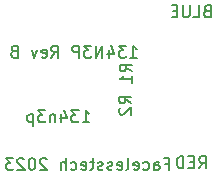
<source format=gbr>
%TF.GenerationSoftware,KiCad,Pcbnew,6.0.11+dfsg-1~bpo11+1*%
%TF.CreationDate,2023-02-24T17:28:24+00:00*%
%TF.ProjectId,134n3p,3133346e-3370-42e6-9b69-6361645f7063,rev?*%
%TF.SameCoordinates,Original*%
%TF.FileFunction,Legend,Bot*%
%TF.FilePolarity,Positive*%
%FSLAX46Y46*%
G04 Gerber Fmt 4.6, Leading zero omitted, Abs format (unit mm)*
G04 Created by KiCad (PCBNEW 6.0.11+dfsg-1~bpo11+1) date 2023-02-24 17:28:24*
%MOMM*%
%LPD*%
G01*
G04 APERTURE LIST*
%ADD10C,0.150000*%
G04 APERTURE END LIST*
D10*
X147268095Y-83212380D02*
X147839523Y-83212380D01*
X147553809Y-83212380D02*
X147553809Y-82212380D01*
X147649047Y-82355238D01*
X147744285Y-82450476D01*
X147839523Y-82498095D01*
X146934761Y-82212380D02*
X146315714Y-82212380D01*
X146649047Y-82593333D01*
X146506190Y-82593333D01*
X146410952Y-82640952D01*
X146363333Y-82688571D01*
X146315714Y-82783809D01*
X146315714Y-83021904D01*
X146363333Y-83117142D01*
X146410952Y-83164761D01*
X146506190Y-83212380D01*
X146791904Y-83212380D01*
X146887142Y-83164761D01*
X146934761Y-83117142D01*
X145458571Y-82545714D02*
X145458571Y-83212380D01*
X145696666Y-82164761D02*
X145934761Y-82879047D01*
X145315714Y-82879047D01*
X144934761Y-83212380D02*
X144934761Y-82212380D01*
X144363333Y-83212380D01*
X144363333Y-82212380D01*
X143982380Y-82212380D02*
X143363333Y-82212380D01*
X143696666Y-82593333D01*
X143553809Y-82593333D01*
X143458571Y-82640952D01*
X143410952Y-82688571D01*
X143363333Y-82783809D01*
X143363333Y-83021904D01*
X143410952Y-83117142D01*
X143458571Y-83164761D01*
X143553809Y-83212380D01*
X143839523Y-83212380D01*
X143934761Y-83164761D01*
X143982380Y-83117142D01*
X142934761Y-83212380D02*
X142934761Y-82212380D01*
X142553809Y-82212380D01*
X142458571Y-82260000D01*
X142410952Y-82307619D01*
X142363333Y-82402857D01*
X142363333Y-82545714D01*
X142410952Y-82640952D01*
X142458571Y-82688571D01*
X142553809Y-82736190D01*
X142934761Y-82736190D01*
X140601428Y-83212380D02*
X140934761Y-82736190D01*
X141172857Y-83212380D02*
X141172857Y-82212380D01*
X140791904Y-82212380D01*
X140696666Y-82260000D01*
X140649047Y-82307619D01*
X140601428Y-82402857D01*
X140601428Y-82545714D01*
X140649047Y-82640952D01*
X140696666Y-82688571D01*
X140791904Y-82736190D01*
X141172857Y-82736190D01*
X139791904Y-83164761D02*
X139887142Y-83212380D01*
X140077619Y-83212380D01*
X140172857Y-83164761D01*
X140220476Y-83069523D01*
X140220476Y-82688571D01*
X140172857Y-82593333D01*
X140077619Y-82545714D01*
X139887142Y-82545714D01*
X139791904Y-82593333D01*
X139744285Y-82688571D01*
X139744285Y-82783809D01*
X140220476Y-82879047D01*
X139410952Y-82545714D02*
X139172857Y-83212380D01*
X138934761Y-82545714D01*
X137458571Y-82688571D02*
X137315714Y-82736190D01*
X137268095Y-82783809D01*
X137220476Y-82879047D01*
X137220476Y-83021904D01*
X137268095Y-83117142D01*
X137315714Y-83164761D01*
X137410952Y-83212380D01*
X137791904Y-83212380D01*
X137791904Y-82212380D01*
X137458571Y-82212380D01*
X137363333Y-82260000D01*
X137315714Y-82307619D01*
X137268095Y-82402857D01*
X137268095Y-82498095D01*
X137315714Y-82593333D01*
X137363333Y-82640952D01*
X137458571Y-82688571D01*
X137791904Y-82688571D01*
X150247619Y-92208571D02*
X150580952Y-92208571D01*
X150580952Y-92732380D02*
X150580952Y-91732380D01*
X150104761Y-91732380D01*
X149295238Y-92732380D02*
X149295238Y-92208571D01*
X149342857Y-92113333D01*
X149438095Y-92065714D01*
X149628571Y-92065714D01*
X149723809Y-92113333D01*
X149295238Y-92684761D02*
X149390476Y-92732380D01*
X149628571Y-92732380D01*
X149723809Y-92684761D01*
X149771428Y-92589523D01*
X149771428Y-92494285D01*
X149723809Y-92399047D01*
X149628571Y-92351428D01*
X149390476Y-92351428D01*
X149295238Y-92303809D01*
X148390476Y-92684761D02*
X148485714Y-92732380D01*
X148676190Y-92732380D01*
X148771428Y-92684761D01*
X148819047Y-92637142D01*
X148866666Y-92541904D01*
X148866666Y-92256190D01*
X148819047Y-92160952D01*
X148771428Y-92113333D01*
X148676190Y-92065714D01*
X148485714Y-92065714D01*
X148390476Y-92113333D01*
X147580952Y-92684761D02*
X147676190Y-92732380D01*
X147866666Y-92732380D01*
X147961904Y-92684761D01*
X148009523Y-92589523D01*
X148009523Y-92208571D01*
X147961904Y-92113333D01*
X147866666Y-92065714D01*
X147676190Y-92065714D01*
X147580952Y-92113333D01*
X147533333Y-92208571D01*
X147533333Y-92303809D01*
X148009523Y-92399047D01*
X146961904Y-92732380D02*
X147057142Y-92684761D01*
X147104761Y-92589523D01*
X147104761Y-91732380D01*
X146200000Y-92684761D02*
X146295238Y-92732380D01*
X146485714Y-92732380D01*
X146580952Y-92684761D01*
X146628571Y-92589523D01*
X146628571Y-92208571D01*
X146580952Y-92113333D01*
X146485714Y-92065714D01*
X146295238Y-92065714D01*
X146200000Y-92113333D01*
X146152380Y-92208571D01*
X146152380Y-92303809D01*
X146628571Y-92399047D01*
X145771428Y-92684761D02*
X145676190Y-92732380D01*
X145485714Y-92732380D01*
X145390476Y-92684761D01*
X145342857Y-92589523D01*
X145342857Y-92541904D01*
X145390476Y-92446666D01*
X145485714Y-92399047D01*
X145628571Y-92399047D01*
X145723809Y-92351428D01*
X145771428Y-92256190D01*
X145771428Y-92208571D01*
X145723809Y-92113333D01*
X145628571Y-92065714D01*
X145485714Y-92065714D01*
X145390476Y-92113333D01*
X144961904Y-92684761D02*
X144866666Y-92732380D01*
X144676190Y-92732380D01*
X144580952Y-92684761D01*
X144533333Y-92589523D01*
X144533333Y-92541904D01*
X144580952Y-92446666D01*
X144676190Y-92399047D01*
X144819047Y-92399047D01*
X144914285Y-92351428D01*
X144961904Y-92256190D01*
X144961904Y-92208571D01*
X144914285Y-92113333D01*
X144819047Y-92065714D01*
X144676190Y-92065714D01*
X144580952Y-92113333D01*
X144247619Y-92065714D02*
X143866666Y-92065714D01*
X144104761Y-91732380D02*
X144104761Y-92589523D01*
X144057142Y-92684761D01*
X143961904Y-92732380D01*
X143866666Y-92732380D01*
X143152380Y-92684761D02*
X143247619Y-92732380D01*
X143438095Y-92732380D01*
X143533333Y-92684761D01*
X143580952Y-92589523D01*
X143580952Y-92208571D01*
X143533333Y-92113333D01*
X143438095Y-92065714D01*
X143247619Y-92065714D01*
X143152380Y-92113333D01*
X143104761Y-92208571D01*
X143104761Y-92303809D01*
X143580952Y-92399047D01*
X142247619Y-92684761D02*
X142342857Y-92732380D01*
X142533333Y-92732380D01*
X142628571Y-92684761D01*
X142676190Y-92637142D01*
X142723809Y-92541904D01*
X142723809Y-92256190D01*
X142676190Y-92160952D01*
X142628571Y-92113333D01*
X142533333Y-92065714D01*
X142342857Y-92065714D01*
X142247619Y-92113333D01*
X141819047Y-92732380D02*
X141819047Y-91732380D01*
X141390476Y-92732380D02*
X141390476Y-92208571D01*
X141438095Y-92113333D01*
X141533333Y-92065714D01*
X141676190Y-92065714D01*
X141771428Y-92113333D01*
X141819047Y-92160952D01*
X140200000Y-91827619D02*
X140152380Y-91780000D01*
X140057142Y-91732380D01*
X139819047Y-91732380D01*
X139723809Y-91780000D01*
X139676190Y-91827619D01*
X139628571Y-91922857D01*
X139628571Y-92018095D01*
X139676190Y-92160952D01*
X140247619Y-92732380D01*
X139628571Y-92732380D01*
X139009523Y-91732380D02*
X138914285Y-91732380D01*
X138819047Y-91780000D01*
X138771428Y-91827619D01*
X138723809Y-91922857D01*
X138676190Y-92113333D01*
X138676190Y-92351428D01*
X138723809Y-92541904D01*
X138771428Y-92637142D01*
X138819047Y-92684761D01*
X138914285Y-92732380D01*
X139009523Y-92732380D01*
X139104761Y-92684761D01*
X139152380Y-92637142D01*
X139200000Y-92541904D01*
X139247619Y-92351428D01*
X139247619Y-92113333D01*
X139200000Y-91922857D01*
X139152380Y-91827619D01*
X139104761Y-91780000D01*
X139009523Y-91732380D01*
X138295238Y-91827619D02*
X138247619Y-91780000D01*
X138152380Y-91732380D01*
X137914285Y-91732380D01*
X137819047Y-91780000D01*
X137771428Y-91827619D01*
X137723809Y-91922857D01*
X137723809Y-92018095D01*
X137771428Y-92160952D01*
X138342857Y-92732380D01*
X137723809Y-92732380D01*
X137390476Y-91732380D02*
X136771428Y-91732380D01*
X137104761Y-92113333D01*
X136961904Y-92113333D01*
X136866666Y-92160952D01*
X136819047Y-92208571D01*
X136771428Y-92303809D01*
X136771428Y-92541904D01*
X136819047Y-92637142D01*
X136866666Y-92684761D01*
X136961904Y-92732380D01*
X137247619Y-92732380D01*
X137342857Y-92684761D01*
X137390476Y-92637142D01*
%TO.C,RED*%
X153112857Y-92592380D02*
X153446190Y-92116190D01*
X153684285Y-92592380D02*
X153684285Y-91592380D01*
X153303333Y-91592380D01*
X153208095Y-91640000D01*
X153160476Y-91687619D01*
X153112857Y-91782857D01*
X153112857Y-91925714D01*
X153160476Y-92020952D01*
X153208095Y-92068571D01*
X153303333Y-92116190D01*
X153684285Y-92116190D01*
X152684285Y-92068571D02*
X152350952Y-92068571D01*
X152208095Y-92592380D02*
X152684285Y-92592380D01*
X152684285Y-91592380D01*
X152208095Y-91592380D01*
X151779523Y-92592380D02*
X151779523Y-91592380D01*
X151541428Y-91592380D01*
X151398571Y-91640000D01*
X151303333Y-91735238D01*
X151255714Y-91830476D01*
X151208095Y-92020952D01*
X151208095Y-92163809D01*
X151255714Y-92354285D01*
X151303333Y-92449523D01*
X151398571Y-92544761D01*
X151541428Y-92592380D01*
X151779523Y-92592380D01*
%TO.C,R1*%
X147402380Y-84393333D02*
X146926190Y-84060000D01*
X147402380Y-83821904D02*
X146402380Y-83821904D01*
X146402380Y-84202857D01*
X146450000Y-84298095D01*
X146497619Y-84345714D01*
X146592857Y-84393333D01*
X146735714Y-84393333D01*
X146830952Y-84345714D01*
X146878571Y-84298095D01*
X146926190Y-84202857D01*
X146926190Y-83821904D01*
X147402380Y-85345714D02*
X147402380Y-84774285D01*
X147402380Y-85060000D02*
X146402380Y-85060000D01*
X146545238Y-84964761D01*
X146640476Y-84869523D01*
X146688095Y-84774285D01*
%TO.C,BLUE*%
X153779523Y-79268571D02*
X153636666Y-79316190D01*
X153589047Y-79363809D01*
X153541428Y-79459047D01*
X153541428Y-79601904D01*
X153589047Y-79697142D01*
X153636666Y-79744761D01*
X153731904Y-79792380D01*
X154112857Y-79792380D01*
X154112857Y-78792380D01*
X153779523Y-78792380D01*
X153684285Y-78840000D01*
X153636666Y-78887619D01*
X153589047Y-78982857D01*
X153589047Y-79078095D01*
X153636666Y-79173333D01*
X153684285Y-79220952D01*
X153779523Y-79268571D01*
X154112857Y-79268571D01*
X152636666Y-79792380D02*
X153112857Y-79792380D01*
X153112857Y-78792380D01*
X152303333Y-78792380D02*
X152303333Y-79601904D01*
X152255714Y-79697142D01*
X152208095Y-79744761D01*
X152112857Y-79792380D01*
X151922380Y-79792380D01*
X151827142Y-79744761D01*
X151779523Y-79697142D01*
X151731904Y-79601904D01*
X151731904Y-78792380D01*
X151255714Y-79268571D02*
X150922380Y-79268571D01*
X150779523Y-79792380D02*
X151255714Y-79792380D01*
X151255714Y-78792380D01*
X150779523Y-78792380D01*
%TO.C,U1*%
X143251619Y-88680380D02*
X143823047Y-88680380D01*
X143537333Y-88680380D02*
X143537333Y-87680380D01*
X143632571Y-87823238D01*
X143727809Y-87918476D01*
X143823047Y-87966095D01*
X142918285Y-87680380D02*
X142299238Y-87680380D01*
X142632571Y-88061333D01*
X142489714Y-88061333D01*
X142394476Y-88108952D01*
X142346857Y-88156571D01*
X142299238Y-88251809D01*
X142299238Y-88489904D01*
X142346857Y-88585142D01*
X142394476Y-88632761D01*
X142489714Y-88680380D01*
X142775428Y-88680380D01*
X142870666Y-88632761D01*
X142918285Y-88585142D01*
X141442095Y-88013714D02*
X141442095Y-88680380D01*
X141680190Y-87632761D02*
X141918285Y-88347047D01*
X141299238Y-88347047D01*
X140918285Y-88013714D02*
X140918285Y-88680380D01*
X140918285Y-88108952D02*
X140870666Y-88061333D01*
X140775428Y-88013714D01*
X140632571Y-88013714D01*
X140537333Y-88061333D01*
X140489714Y-88156571D01*
X140489714Y-88680380D01*
X140108761Y-87680380D02*
X139489714Y-87680380D01*
X139823047Y-88061333D01*
X139680190Y-88061333D01*
X139584952Y-88108952D01*
X139537333Y-88156571D01*
X139489714Y-88251809D01*
X139489714Y-88489904D01*
X139537333Y-88585142D01*
X139584952Y-88632761D01*
X139680190Y-88680380D01*
X139965904Y-88680380D01*
X140061142Y-88632761D01*
X140108761Y-88585142D01*
X139061142Y-88013714D02*
X139061142Y-89013714D01*
X139061142Y-88061333D02*
X138965904Y-88013714D01*
X138775428Y-88013714D01*
X138680190Y-88061333D01*
X138632571Y-88108952D01*
X138584952Y-88204190D01*
X138584952Y-88489904D01*
X138632571Y-88585142D01*
X138680190Y-88632761D01*
X138775428Y-88680380D01*
X138965904Y-88680380D01*
X139061142Y-88632761D01*
%TO.C,R2*%
X147334380Y-87099333D02*
X146858190Y-86766000D01*
X147334380Y-86527904D02*
X146334380Y-86527904D01*
X146334380Y-86908857D01*
X146382000Y-87004095D01*
X146429619Y-87051714D01*
X146524857Y-87099333D01*
X146667714Y-87099333D01*
X146762952Y-87051714D01*
X146810571Y-87004095D01*
X146858190Y-86908857D01*
X146858190Y-86527904D01*
X146429619Y-87480285D02*
X146382000Y-87527904D01*
X146334380Y-87623142D01*
X146334380Y-87861238D01*
X146382000Y-87956476D01*
X146429619Y-88004095D01*
X146524857Y-88051714D01*
X146620095Y-88051714D01*
X146762952Y-88004095D01*
X147334380Y-87432666D01*
X147334380Y-88051714D01*
%TD*%
M02*

</source>
